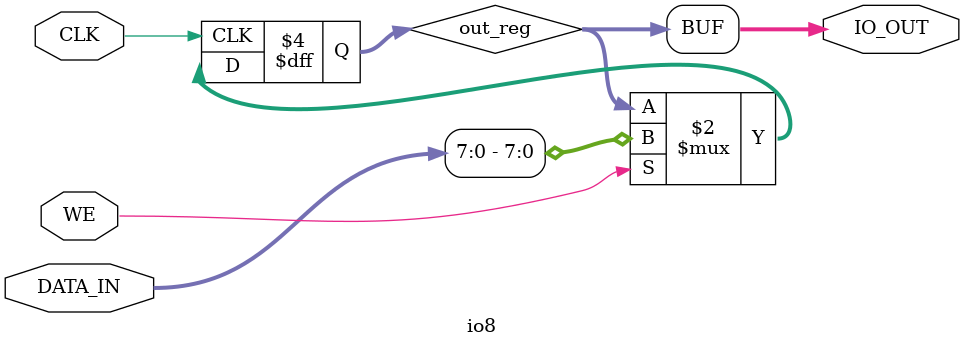
<source format=v>
module io8( input         CLK,
            input         WE,
            input  [31:0] DATA_IN,
            output  [7:0] IO_OUT );

//reg [31:0] out_reg;
reg [7:0] out_reg;

always@ (posedge CLK)
   if(WE) out_reg <= DATA_IN[7:0];

//assign IO_OUT = SEL[1] ? (SEL[0] ? out_reg[31:24] : out_reg[23:16]) :
//                         (SEL[0] ? out_reg[15:08] : out_reg[07:00]);

assign IO_OUT = out_reg;

endmodule

</source>
